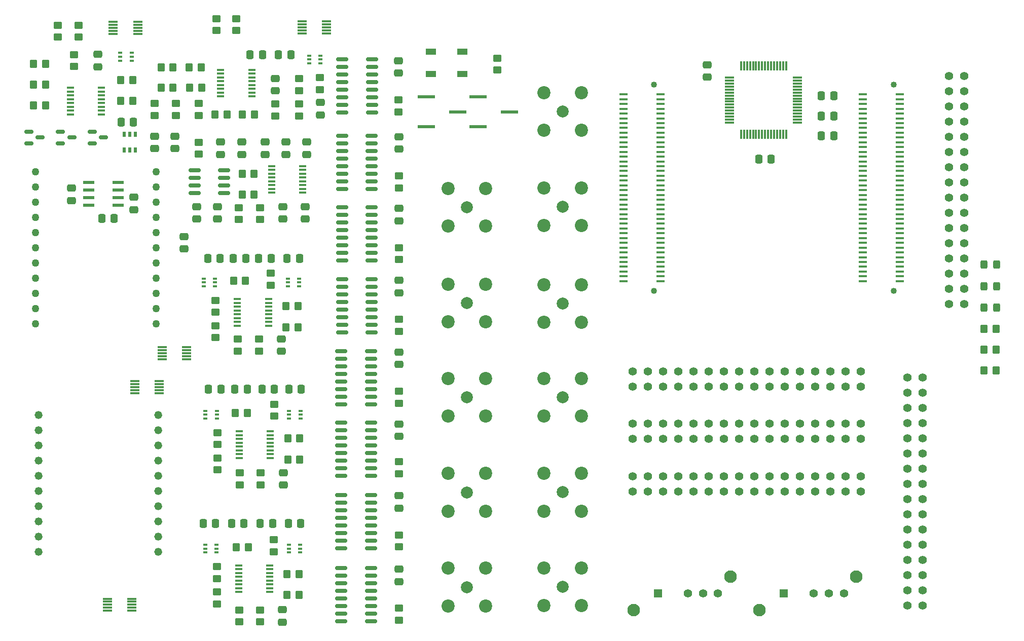
<source format=gts>
%TF.GenerationSoftware,KiCad,Pcbnew,(6.0.8-1)-1*%
%TF.CreationDate,2022-11-17T19:15:12-05:00*%
%TF.ProjectId,HermEIS,4865726d-4549-4532-9e6b-696361645f70,rev?*%
%TF.SameCoordinates,Original*%
%TF.FileFunction,Soldermask,Top*%
%TF.FilePolarity,Negative*%
%FSLAX46Y46*%
G04 Gerber Fmt 4.6, Leading zero omitted, Abs format (unit mm)*
G04 Created by KiCad (PCBNEW (6.0.8-1)-1) date 2022-11-17 19:15:12*
%MOMM*%
%LPD*%
G01*
G04 APERTURE LIST*
G04 Aperture macros list*
%AMRoundRect*
0 Rectangle with rounded corners*
0 $1 Rounding radius*
0 $2 $3 $4 $5 $6 $7 $8 $9 X,Y pos of 4 corners*
0 Add a 4 corners polygon primitive as box body*
4,1,4,$2,$3,$4,$5,$6,$7,$8,$9,$2,$3,0*
0 Add four circle primitives for the rounded corners*
1,1,$1+$1,$2,$3*
1,1,$1+$1,$4,$5*
1,1,$1+$1,$6,$7*
1,1,$1+$1,$8,$9*
0 Add four rect primitives between the rounded corners*
20,1,$1+$1,$2,$3,$4,$5,0*
20,1,$1+$1,$4,$5,$6,$7,0*
20,1,$1+$1,$6,$7,$8,$9,0*
20,1,$1+$1,$8,$9,$2,$3,0*%
G04 Aperture macros list end*
%ADD10RoundRect,0.150000X-0.825000X-0.150000X0.825000X-0.150000X0.825000X0.150000X-0.825000X0.150000X0*%
%ADD11C,2.000000*%
%ADD12C,2.200000*%
%ADD13R,0.508000X0.876300*%
%ADD14RoundRect,0.250000X-0.350000X-0.450000X0.350000X-0.450000X0.350000X0.450000X-0.350000X0.450000X0*%
%ADD15RoundRect,0.250000X0.475000X-0.337500X0.475000X0.337500X-0.475000X0.337500X-0.475000X-0.337500X0*%
%ADD16RoundRect,0.250000X-0.337500X-0.475000X0.337500X-0.475000X0.337500X0.475000X-0.337500X0.475000X0*%
%ADD17R,1.447800X0.457200*%
%ADD18C,1.016000*%
%ADD19R,0.650000X0.400000*%
%ADD20RoundRect,0.250000X-0.475000X0.337500X-0.475000X-0.337500X0.475000X-0.337500X0.475000X0.337500X0*%
%ADD21C,1.397000*%
%ADD22RoundRect,0.250000X0.450000X-0.350000X0.450000X0.350000X-0.450000X0.350000X-0.450000X-0.350000X0*%
%ADD23RoundRect,0.250000X0.337500X0.475000X-0.337500X0.475000X-0.337500X-0.475000X0.337500X-0.475000X0*%
%ADD24R,1.524000X0.330200*%
%ADD25R,2.971800X0.558800*%
%ADD26C,1.270000*%
%ADD27R,1.200000X0.400000*%
%ADD28RoundRect,0.250000X-0.450000X0.350000X-0.450000X-0.350000X0.450000X-0.350000X0.450000X0.350000X0*%
%ADD29RoundRect,0.250000X0.350000X0.450000X-0.350000X0.450000X-0.350000X-0.450000X0.350000X-0.450000X0*%
%ADD30R,1.701800X0.990600*%
%ADD31RoundRect,0.150000X-0.587500X-0.150000X0.587500X-0.150000X0.587500X0.150000X-0.587500X0.150000X0*%
%ADD32C,1.320800*%
%ADD33RoundRect,0.250000X-0.325000X-0.450000X0.325000X-0.450000X0.325000X0.450000X-0.325000X0.450000X0*%
%ADD34RoundRect,0.075000X-0.700000X-0.075000X0.700000X-0.075000X0.700000X0.075000X-0.700000X0.075000X0*%
%ADD35RoundRect,0.075000X-0.075000X-0.700000X0.075000X-0.700000X0.075000X0.700000X-0.075000X0.700000X0*%
%ADD36R,1.408000X1.408000*%
%ADD37C,1.408000*%
%ADD38C,2.100000*%
%ADD39R,1.981200X0.533400*%
G04 APERTURE END LIST*
D10*
%TO.C,U3*%
X86145000Y-57230000D03*
X86145000Y-58500000D03*
X86145000Y-59770000D03*
X86145000Y-61040000D03*
X86145000Y-62310000D03*
X86145000Y-63580000D03*
X86145000Y-64850000D03*
X86145000Y-66120000D03*
X91095000Y-66120000D03*
X91095000Y-64850000D03*
X91095000Y-63580000D03*
X91095000Y-62310000D03*
X91095000Y-61040000D03*
X91095000Y-59770000D03*
X91095000Y-58500000D03*
X91095000Y-57230000D03*
%TD*%
D11*
%TO.C,J2*%
X107000000Y-57200000D03*
D12*
X103850000Y-60350000D03*
X110150000Y-60350000D03*
X110150000Y-54050000D03*
X103850000Y-54050000D03*
%TD*%
D13*
%TO.C,U9*%
X49730200Y-47669450D03*
X50670000Y-47669450D03*
X51609800Y-47669450D03*
X51609800Y-45040550D03*
X50670000Y-45040550D03*
X49730200Y-45040550D03*
%TD*%
D11*
%TO.C,J7*%
X107000000Y-73200000D03*
D12*
X103850000Y-76350000D03*
X110150000Y-76350000D03*
X110150000Y-70050000D03*
X103850000Y-70050000D03*
%TD*%
D14*
%TO.C,R46*%
X76970000Y-122005000D03*
X78970000Y-122005000D03*
%TD*%
D15*
%TO.C,C12*%
X45370000Y-33742500D03*
X45370000Y-31667500D03*
%TD*%
D16*
%TO.C,C15*%
X63732500Y-65755000D03*
X65807500Y-65755000D03*
%TD*%
D17*
%TO.C,J19*%
X139336100Y-38348050D03*
X133163900Y-38348050D03*
X139336100Y-39148150D03*
X133163900Y-39148150D03*
X139336100Y-39948250D03*
X133163900Y-39948250D03*
X139336100Y-40748350D03*
X133163900Y-40748350D03*
X139336100Y-41548450D03*
X133163900Y-41548450D03*
X139336100Y-42348550D03*
X133163900Y-42348550D03*
X139336100Y-43148650D03*
X133163900Y-43148650D03*
X139336100Y-43948750D03*
X133163900Y-43948750D03*
X139336100Y-44748850D03*
X133163900Y-44748850D03*
X139336100Y-45548950D03*
X133163900Y-45548950D03*
X139336100Y-46349050D03*
X133163900Y-46349050D03*
X139336100Y-47149150D03*
X133163900Y-47149150D03*
X139336100Y-47949250D03*
X133163900Y-47949250D03*
X139336100Y-48749350D03*
X133163900Y-48749350D03*
X139336100Y-49549450D03*
X133163900Y-49549450D03*
X139336100Y-50349550D03*
X133163900Y-50349550D03*
X139336100Y-51149650D03*
X133163900Y-51149650D03*
X139336100Y-51949750D03*
X133163900Y-51949750D03*
X139336100Y-52749850D03*
X133163900Y-52749850D03*
X139336100Y-53549950D03*
X133163900Y-53549950D03*
X139336100Y-54350050D03*
X133163900Y-54350050D03*
X139336100Y-55150150D03*
X133163900Y-55150150D03*
X139336100Y-55950250D03*
X133163900Y-55950250D03*
X139336100Y-56750350D03*
X133163900Y-56750350D03*
X139336100Y-57550450D03*
X133163900Y-57550450D03*
X139336100Y-58350550D03*
X133163900Y-58350550D03*
X139336100Y-59150650D03*
X133163900Y-59150650D03*
X139336100Y-59950750D03*
X133163900Y-59950750D03*
X139336100Y-60750850D03*
X133163900Y-60750850D03*
X139336100Y-61550950D03*
X133163900Y-61550950D03*
X139336100Y-62351050D03*
X133163900Y-62351050D03*
X139336100Y-63151150D03*
X133163900Y-63151150D03*
X139336100Y-63951250D03*
X133163900Y-63951250D03*
X139336100Y-64751350D03*
X133163900Y-64751350D03*
X139336100Y-65551450D03*
X133163900Y-65551450D03*
X139336100Y-66351550D03*
X133163900Y-66351550D03*
X139336100Y-67151650D03*
X133163900Y-67151650D03*
X139336100Y-67951750D03*
X133163900Y-67951750D03*
X139336100Y-68751850D03*
X133163900Y-68751850D03*
X139336100Y-69551950D03*
X133163900Y-69551950D03*
D18*
X138282000Y-36709750D03*
X138282000Y-71190250D03*
%TD*%
D15*
%TO.C,C9*%
X54870000Y-47392500D03*
X54870000Y-45317500D03*
%TD*%
D19*
%TO.C,U14*%
X77070000Y-69105000D03*
X77070000Y-69755000D03*
X77070000Y-70405000D03*
X78970000Y-70405000D03*
X78970000Y-69755000D03*
X78970000Y-69105000D03*
%TD*%
D20*
%TO.C,C46*%
X59770000Y-62077500D03*
X59770000Y-64152500D03*
%TD*%
D21*
%TO.C,J18*%
X190032800Y-73355000D03*
X190032800Y-70815000D03*
X190032800Y-68275000D03*
X190032800Y-65735000D03*
X190032800Y-63195000D03*
X190032800Y-60655000D03*
X190032800Y-58115000D03*
X190032800Y-55575000D03*
X190032800Y-53035000D03*
X190032800Y-50495000D03*
X190032800Y-47955000D03*
X190032800Y-45415000D03*
X190032800Y-42875000D03*
X190032800Y-40335000D03*
X190032800Y-37795000D03*
X190032800Y-35255000D03*
X187492800Y-73355000D03*
X187492800Y-70815000D03*
X187492800Y-68275000D03*
X187492800Y-65735000D03*
X187492800Y-63195000D03*
X187492800Y-60655000D03*
X187492800Y-58115000D03*
X187492800Y-55575000D03*
X187492800Y-53035000D03*
X187492800Y-50495000D03*
X187492800Y-47955000D03*
X187492800Y-45415000D03*
X187492800Y-42875000D03*
X187492800Y-40335000D03*
X187492800Y-37795000D03*
X187492800Y-35255000D03*
%TD*%
D22*
%TO.C,R3*%
X95620000Y-53955000D03*
X95620000Y-51955000D03*
%TD*%
D14*
%TO.C,R30*%
X68320000Y-91605000D03*
X70320000Y-91605000D03*
%TD*%
D15*
%TO.C,C34*%
X73270000Y-48392500D03*
X73270000Y-46317500D03*
%TD*%
D23*
%TO.C,C30*%
X69757500Y-110005000D03*
X67682500Y-110005000D03*
%TD*%
D24*
%TO.C,U31*%
X46955300Y-122614999D03*
X46955300Y-123115001D03*
X46955300Y-123615000D03*
X46955300Y-124114999D03*
X46955300Y-124615001D03*
X51044700Y-124615001D03*
X51044700Y-124114999D03*
X51044700Y-123615000D03*
X51044700Y-123115001D03*
X51044700Y-122614999D03*
%TD*%
D22*
%TO.C,R18*%
X68770000Y-81255000D03*
X68770000Y-79255000D03*
%TD*%
D16*
%TO.C,C28*%
X77182500Y-110005000D03*
X79257500Y-110005000D03*
%TD*%
D21*
%TO.C,J17*%
X183112800Y-123745000D03*
X183112800Y-121205000D03*
X183112800Y-118665000D03*
X183112800Y-116125000D03*
X183112800Y-113585000D03*
X183112800Y-111045000D03*
X183112800Y-108505000D03*
X183112800Y-105965000D03*
X183112800Y-103425000D03*
X183112800Y-100885000D03*
X183112800Y-98345000D03*
X183112800Y-95805000D03*
X183112800Y-93265000D03*
X183112800Y-90725000D03*
X183112800Y-88185000D03*
X183112800Y-85645000D03*
X180572800Y-123745000D03*
X180572800Y-121205000D03*
X180572800Y-118665000D03*
X180572800Y-116125000D03*
X180572800Y-113585000D03*
X180572800Y-111045000D03*
X180572800Y-108505000D03*
X180572800Y-105965000D03*
X180572800Y-103425000D03*
X180572800Y-100885000D03*
X180572800Y-98345000D03*
X180572800Y-95805000D03*
X180572800Y-93265000D03*
X180572800Y-90725000D03*
X180572800Y-88185000D03*
X180572800Y-85645000D03*
%TD*%
D22*
%TO.C,R25*%
X65320000Y-101105000D03*
X65320000Y-99105000D03*
%TD*%
D25*
%TO.C,SW2*%
X100253800Y-38755000D03*
X105486200Y-41255000D03*
X100253800Y-43755000D03*
%TD*%
D16*
%TO.C,C20*%
X63820000Y-87605000D03*
X65895000Y-87605000D03*
%TD*%
D22*
%TO.C,R9*%
X95620000Y-126205000D03*
X95620000Y-124205000D03*
%TD*%
D26*
%TO.C,J16*%
X55115700Y-51255000D03*
X55115700Y-53795000D03*
X55115700Y-56335000D03*
X55115700Y-58875000D03*
X55115700Y-61415000D03*
X55115700Y-63955000D03*
X55115700Y-66495000D03*
X55115700Y-69035000D03*
X55115700Y-71575000D03*
X55115700Y-74115000D03*
X55115700Y-76655000D03*
%TD*%
D14*
%TO.C,R34*%
X60720000Y-37255000D03*
X62720000Y-37255000D03*
%TD*%
D27*
%TO.C,U21*%
X68870000Y-117032500D03*
X68870000Y-117667500D03*
X68870000Y-118302500D03*
X68870000Y-118937500D03*
X68870000Y-119572500D03*
X68870000Y-120207500D03*
X68870000Y-120842500D03*
X68870000Y-121477500D03*
X74070000Y-121477500D03*
X74070000Y-120842500D03*
X74070000Y-120207500D03*
X74070000Y-119572500D03*
X74070000Y-118937500D03*
X74070000Y-118302500D03*
X74070000Y-117667500D03*
X74070000Y-117032500D03*
%TD*%
D22*
%TO.C,R53*%
X62170000Y-48355000D03*
X62170000Y-46355000D03*
%TD*%
D17*
%TO.C,J20*%
X179336100Y-38348050D03*
X173163900Y-38348050D03*
X179336100Y-39148150D03*
X173163900Y-39148150D03*
X179336100Y-39948250D03*
X173163900Y-39948250D03*
X179336100Y-40748350D03*
X173163900Y-40748350D03*
X179336100Y-41548450D03*
X173163900Y-41548450D03*
X179336100Y-42348550D03*
X173163900Y-42348550D03*
X179336100Y-43148650D03*
X173163900Y-43148650D03*
X179336100Y-43948750D03*
X173163900Y-43948750D03*
X179336100Y-44748850D03*
X173163900Y-44748850D03*
X179336100Y-45548950D03*
X173163900Y-45548950D03*
X179336100Y-46349050D03*
X173163900Y-46349050D03*
X179336100Y-47149150D03*
X173163900Y-47149150D03*
X179336100Y-47949250D03*
X173163900Y-47949250D03*
X179336100Y-48749350D03*
X173163900Y-48749350D03*
X179336100Y-49549450D03*
X173163900Y-49549450D03*
X179336100Y-50349550D03*
X173163900Y-50349550D03*
X179336100Y-51149650D03*
X173163900Y-51149650D03*
X179336100Y-51949750D03*
X173163900Y-51949750D03*
X179336100Y-52749850D03*
X173163900Y-52749850D03*
X179336100Y-53549950D03*
X173163900Y-53549950D03*
X179336100Y-54350050D03*
X173163900Y-54350050D03*
X179336100Y-55150150D03*
X173163900Y-55150150D03*
X179336100Y-55950250D03*
X173163900Y-55950250D03*
X179336100Y-56750350D03*
X173163900Y-56750350D03*
X179336100Y-57550450D03*
X173163900Y-57550450D03*
X179336100Y-58350550D03*
X173163900Y-58350550D03*
X179336100Y-59150650D03*
X173163900Y-59150650D03*
X179336100Y-59950750D03*
X173163900Y-59950750D03*
X179336100Y-60750850D03*
X173163900Y-60750850D03*
X179336100Y-61550950D03*
X173163900Y-61550950D03*
X179336100Y-62351050D03*
X173163900Y-62351050D03*
X179336100Y-63151150D03*
X173163900Y-63151150D03*
X179336100Y-63951250D03*
X173163900Y-63951250D03*
X179336100Y-64751350D03*
X173163900Y-64751350D03*
X179336100Y-65551450D03*
X173163900Y-65551450D03*
X179336100Y-66351550D03*
X173163900Y-66351550D03*
X179336100Y-67151650D03*
X173163900Y-67151650D03*
X179336100Y-67951750D03*
X173163900Y-67951750D03*
X179336100Y-68751850D03*
X173163900Y-68751850D03*
X179336100Y-69551950D03*
X173163900Y-69551950D03*
D18*
X178282000Y-36709750D03*
X178282000Y-71190250D03*
%TD*%
D10*
%TO.C,U5*%
X86015000Y-81230000D03*
X86015000Y-82500000D03*
X86015000Y-83770000D03*
X86015000Y-85040000D03*
X86015000Y-86310000D03*
X86015000Y-87580000D03*
X86015000Y-88850000D03*
X86015000Y-90120000D03*
X90965000Y-90120000D03*
X90965000Y-88850000D03*
X90965000Y-87580000D03*
X90965000Y-86310000D03*
X90965000Y-85040000D03*
X90965000Y-83770000D03*
X90965000Y-82500000D03*
X90965000Y-81230000D03*
%TD*%
D22*
%TO.C,R56*%
X62220000Y-41855000D03*
X62220000Y-39855000D03*
%TD*%
D14*
%TO.C,R33*%
X60620000Y-33855000D03*
X62620000Y-33855000D03*
%TD*%
D22*
%TO.C,R23*%
X74270000Y-70255000D03*
X74270000Y-68255000D03*
%TD*%
D14*
%TO.C,R12*%
X49170000Y-39455000D03*
X51170000Y-39455000D03*
%TD*%
D11*
%TO.C,J6*%
X123000000Y-41200000D03*
D12*
X126150000Y-44350000D03*
X126150000Y-38050000D03*
X119850000Y-44350000D03*
X119850000Y-38050000D03*
%TD*%
D27*
%TO.C,U10*%
X40770000Y-37232500D03*
X40770000Y-37867500D03*
X40770000Y-38502500D03*
X40770000Y-39137500D03*
X40770000Y-39772500D03*
X40770000Y-40407500D03*
X40770000Y-41042500D03*
X40770000Y-41677500D03*
X45970000Y-41677500D03*
X45970000Y-41042500D03*
X45970000Y-40407500D03*
X45970000Y-39772500D03*
X45970000Y-39137500D03*
X45970000Y-38502500D03*
X45970000Y-37867500D03*
X45970000Y-37232500D03*
%TD*%
D28*
%TO.C,R16*%
X65020000Y-72755000D03*
X65020000Y-74755000D03*
%TD*%
D22*
%TO.C,R17*%
X65020000Y-79005000D03*
X65020000Y-77005000D03*
%TD*%
D14*
%TO.C,R47*%
X68470000Y-114005000D03*
X70470000Y-114005000D03*
%TD*%
D28*
%TO.C,R24*%
X65320000Y-94855000D03*
X65320000Y-96855000D03*
%TD*%
D23*
%TO.C,C48*%
X48107500Y-59055000D03*
X46032500Y-59055000D03*
%TD*%
D20*
%TO.C,C13*%
X76020000Y-79217500D03*
X76020000Y-81292500D03*
%TD*%
D14*
%TO.C,R28*%
X77070000Y-95855000D03*
X79070000Y-95855000D03*
%TD*%
%TO.C,R20*%
X76770000Y-73755000D03*
X78770000Y-73755000D03*
%TD*%
D20*
%TO.C,C25*%
X74970000Y-35667500D03*
X74970000Y-37742500D03*
%TD*%
D22*
%TO.C,R49*%
X72470000Y-59255000D03*
X72470000Y-57255000D03*
%TD*%
D29*
%TO.C,R60*%
X195390000Y-77496000D03*
X193390000Y-77496000D03*
%TD*%
D21*
%TO.C,J21*%
X134710000Y-95926133D03*
X137250000Y-95926133D03*
X139790000Y-95926133D03*
X142330000Y-95926133D03*
X144870000Y-95926133D03*
X147410000Y-95926133D03*
X149950000Y-95926133D03*
X152490000Y-95926133D03*
X155030000Y-95926133D03*
X157570000Y-95926133D03*
X160110000Y-95926133D03*
X162650000Y-95926133D03*
X165190000Y-95926133D03*
X167730000Y-95926133D03*
X170270000Y-95926133D03*
X172810000Y-95926133D03*
X134710000Y-93386133D03*
X137250000Y-93386133D03*
X139790000Y-93386133D03*
X142330000Y-93386133D03*
X144870000Y-93386133D03*
X147410000Y-93386133D03*
X149950000Y-93386133D03*
X152490000Y-93386133D03*
X155030000Y-93386133D03*
X157570000Y-93386133D03*
X160110000Y-93386133D03*
X162650000Y-93386133D03*
X165190000Y-93386133D03*
X167730000Y-93386133D03*
X170270000Y-93386133D03*
X172810000Y-93386133D03*
%TD*%
D23*
%TO.C,C17*%
X74307500Y-65755000D03*
X72232500Y-65755000D03*
%TD*%
D15*
%TO.C,C42*%
X76770000Y-48392500D03*
X76770000Y-46317500D03*
%TD*%
D14*
%TO.C,R52*%
X69470000Y-55055000D03*
X71470000Y-55055000D03*
%TD*%
D20*
%TO.C,C4*%
X95620000Y-93417500D03*
X95620000Y-95492500D03*
%TD*%
D22*
%TO.C,R6*%
X95620000Y-65955000D03*
X95620000Y-63955000D03*
%TD*%
%TO.C,R42*%
X65220000Y-123505000D03*
X65220000Y-121505000D03*
%TD*%
D20*
%TO.C,C3*%
X95620000Y-45417500D03*
X95620000Y-47492500D03*
%TD*%
%TO.C,C8*%
X95620000Y-105417500D03*
X95620000Y-107492500D03*
%TD*%
D30*
%TO.C,SW1*%
X106261600Y-34924999D03*
X100978400Y-34924999D03*
X106261600Y-31225001D03*
X100978400Y-31225001D03*
%TD*%
D14*
%TO.C,R10*%
X49170000Y-35955000D03*
X51170000Y-35955000D03*
%TD*%
%TO.C,R35*%
X64920000Y-41755000D03*
X66920000Y-41755000D03*
%TD*%
D19*
%TO.C,U12*%
X63020000Y-69105000D03*
X63020000Y-69755000D03*
X63020000Y-70405000D03*
X64920000Y-70405000D03*
X64920000Y-69755000D03*
X64920000Y-69105000D03*
%TD*%
%TO.C,U11*%
X49120000Y-31405000D03*
X49120000Y-32055000D03*
X49120000Y-32705000D03*
X51020000Y-32705000D03*
X51020000Y-32055000D03*
X51020000Y-31405000D03*
%TD*%
D10*
%TO.C,U8*%
X86015000Y-117480000D03*
X86015000Y-118750000D03*
X86015000Y-120020000D03*
X86015000Y-121290000D03*
X86015000Y-122560000D03*
X86015000Y-123830000D03*
X86015000Y-125100000D03*
X86015000Y-126370000D03*
X90965000Y-126370000D03*
X90965000Y-125100000D03*
X90965000Y-123830000D03*
X90965000Y-122560000D03*
X90965000Y-121290000D03*
X90965000Y-120020000D03*
X90965000Y-118750000D03*
X90965000Y-117480000D03*
%TD*%
D21*
%TO.C,J22*%
X134710000Y-87142800D03*
X137250000Y-87142800D03*
X139790000Y-87142800D03*
X142330000Y-87142800D03*
X144870000Y-87142800D03*
X147410000Y-87142800D03*
X149950000Y-87142800D03*
X152490000Y-87142800D03*
X155030000Y-87142800D03*
X157570000Y-87142800D03*
X160110000Y-87142800D03*
X162650000Y-87142800D03*
X165190000Y-87142800D03*
X167730000Y-87142800D03*
X170270000Y-87142800D03*
X172810000Y-87142800D03*
X134710000Y-84602800D03*
X137250000Y-84602800D03*
X139790000Y-84602800D03*
X142330000Y-84602800D03*
X144870000Y-84602800D03*
X147410000Y-84602800D03*
X149950000Y-84602800D03*
X152490000Y-84602800D03*
X155030000Y-84602800D03*
X157570000Y-84602800D03*
X160110000Y-84602800D03*
X162650000Y-84602800D03*
X165190000Y-84602800D03*
X167730000Y-84602800D03*
X170270000Y-84602800D03*
X172810000Y-84602800D03*
%TD*%
D11*
%TO.C,J11*%
X123000000Y-120600000D03*
D12*
X126150000Y-117450000D03*
X119850000Y-117450000D03*
X119850000Y-123750000D03*
X126150000Y-123750000D03*
%TD*%
D11*
%TO.C,J5*%
X107010000Y-120680000D03*
D12*
X110160000Y-123830000D03*
X110160000Y-117530000D03*
X103860000Y-123830000D03*
X103860000Y-117530000D03*
%TD*%
D22*
%TO.C,R1*%
X95570000Y-41255000D03*
X95570000Y-39255000D03*
%TD*%
D16*
%TO.C,C19*%
X77245000Y-87605000D03*
X79320000Y-87605000D03*
%TD*%
D29*
%TO.C,R54*%
X57920000Y-37255000D03*
X55920000Y-37255000D03*
%TD*%
D19*
%TO.C,U17*%
X77320000Y-91205000D03*
X77320000Y-91855000D03*
X77320000Y-92505000D03*
X79220000Y-92505000D03*
X79220000Y-91855000D03*
X79220000Y-91205000D03*
%TD*%
D31*
%TO.C,D2*%
X39132500Y-44605000D03*
X39132500Y-46505000D03*
X41007500Y-45555000D03*
%TD*%
D10*
%TO.C,U1*%
X86195000Y-32510000D03*
X86195000Y-33780000D03*
X86195000Y-35050000D03*
X86195000Y-36320000D03*
X86195000Y-37590000D03*
X86195000Y-38860000D03*
X86195000Y-40130000D03*
X86195000Y-41400000D03*
X91145000Y-41400000D03*
X91145000Y-40130000D03*
X91145000Y-38860000D03*
X91145000Y-37590000D03*
X91145000Y-36320000D03*
X91145000Y-35050000D03*
X91145000Y-33780000D03*
X91145000Y-32510000D03*
%TD*%
D22*
%TO.C,R4*%
X95620000Y-101705000D03*
X95620000Y-99705000D03*
%TD*%
D20*
%TO.C,C35*%
X147170000Y-33387500D03*
X147170000Y-35462500D03*
%TD*%
D22*
%TO.C,R5*%
X112120000Y-34275000D03*
X112120000Y-32275000D03*
%TD*%
%TO.C,R48*%
X74720000Y-114755000D03*
X74720000Y-112755000D03*
%TD*%
%TO.C,R43*%
X68970000Y-126505000D03*
X68970000Y-124505000D03*
%TD*%
D15*
%TO.C,C39*%
X79970000Y-59192500D03*
X79970000Y-57117500D03*
%TD*%
D14*
%TO.C,R11*%
X34620000Y-33255000D03*
X36620000Y-33255000D03*
%TD*%
D19*
%TO.C,U19*%
X80632500Y-31855000D03*
X80632500Y-32505000D03*
X80632500Y-33155000D03*
X82532500Y-33155000D03*
X82532500Y-32505000D03*
X82532500Y-31855000D03*
%TD*%
D10*
%TO.C,U6*%
X86015000Y-93230000D03*
X86015000Y-94500000D03*
X86015000Y-95770000D03*
X86015000Y-97040000D03*
X86015000Y-98310000D03*
X86015000Y-99580000D03*
X86015000Y-100850000D03*
X86015000Y-102120000D03*
X90965000Y-102120000D03*
X90965000Y-100850000D03*
X90965000Y-99580000D03*
X90965000Y-98310000D03*
X90965000Y-97040000D03*
X90965000Y-95770000D03*
X90965000Y-94500000D03*
X90965000Y-93230000D03*
%TD*%
D22*
%TO.C,R38*%
X78970000Y-41955000D03*
X78970000Y-39955000D03*
%TD*%
D20*
%TO.C,C26*%
X82570000Y-39717500D03*
X82570000Y-41792500D03*
%TD*%
D22*
%TO.C,R44*%
X72470000Y-126505000D03*
X72470000Y-124505000D03*
%TD*%
D29*
%TO.C,R62*%
X195390000Y-84480000D03*
X193390000Y-84480000D03*
%TD*%
D19*
%TO.C,U22*%
X77270000Y-113605000D03*
X77270000Y-114255000D03*
X77270000Y-114905000D03*
X79170000Y-114905000D03*
X79170000Y-114255000D03*
X79170000Y-113605000D03*
%TD*%
D27*
%TO.C,U25*%
X74370000Y-50332500D03*
X74370000Y-50967500D03*
X74370000Y-51602500D03*
X74370000Y-52237500D03*
X74370000Y-52872500D03*
X74370000Y-53507500D03*
X74370000Y-54142500D03*
X74370000Y-54777500D03*
X79570000Y-54777500D03*
X79570000Y-54142500D03*
X79570000Y-53507500D03*
X79570000Y-52872500D03*
X79570000Y-52237500D03*
X79570000Y-51602500D03*
X79570000Y-50967500D03*
X79570000Y-50332500D03*
%TD*%
D16*
%TO.C,C44*%
X166212500Y-45300000D03*
X168287500Y-45300000D03*
%TD*%
D14*
%TO.C,R51*%
X69470000Y-51655000D03*
X71470000Y-51655000D03*
%TD*%
D22*
%TO.C,R8*%
X95620000Y-77955000D03*
X95620000Y-75955000D03*
%TD*%
D32*
%TO.C,J15*%
X55407500Y-91955000D03*
X55407500Y-94495000D03*
X55407500Y-97035000D03*
X55407500Y-99575000D03*
X55407500Y-102115000D03*
X55407500Y-104655000D03*
X55407500Y-107195000D03*
X55407500Y-109735000D03*
X55407500Y-112275000D03*
X55407500Y-114815000D03*
%TD*%
D11*
%TO.C,J10*%
X123000000Y-104820000D03*
D12*
X119850000Y-107970000D03*
X126150000Y-107970000D03*
X126150000Y-101670000D03*
X119850000Y-101670000D03*
%TD*%
D20*
%TO.C,C11*%
X95620000Y-117667500D03*
X95620000Y-119742500D03*
%TD*%
D29*
%TO.C,R14*%
X36620000Y-40205000D03*
X34620000Y-40205000D03*
%TD*%
D11*
%TO.C,J1*%
X123000000Y-57100000D03*
D12*
X119850000Y-53950000D03*
X119850000Y-60250000D03*
X126150000Y-53950000D03*
X126150000Y-60250000D03*
%TD*%
D22*
%TO.C,R55*%
X54820000Y-41855000D03*
X54820000Y-39855000D03*
%TD*%
D20*
%TO.C,C27*%
X76220000Y-124467500D03*
X76220000Y-126542500D03*
%TD*%
D33*
%TO.C,D5*%
X193387500Y-70377000D03*
X195437500Y-70377000D03*
%TD*%
D14*
%TO.C,R36*%
X69520000Y-41755000D03*
X71520000Y-41755000D03*
%TD*%
D28*
%TO.C,R58*%
X38670000Y-26785000D03*
X38670000Y-28785000D03*
%TD*%
D33*
%TO.C,D4*%
X193387500Y-73959000D03*
X195437500Y-73959000D03*
%TD*%
D16*
%TO.C,C29*%
X62970000Y-110005000D03*
X65045000Y-110005000D03*
%TD*%
D24*
%TO.C,U29*%
X51545300Y-86274999D03*
X51545300Y-86775001D03*
X51545300Y-87275000D03*
X51545300Y-87774999D03*
X51545300Y-88275001D03*
X55634700Y-88275001D03*
X55634700Y-87774999D03*
X55634700Y-87275000D03*
X55634700Y-86775001D03*
X55634700Y-86274999D03*
%TD*%
D20*
%TO.C,C18*%
X76320000Y-101567500D03*
X76320000Y-103642500D03*
%TD*%
D23*
%TO.C,C16*%
X70057500Y-65755000D03*
X67982500Y-65755000D03*
%TD*%
D15*
%TO.C,C43*%
X80270000Y-48392500D03*
X80270000Y-46317500D03*
%TD*%
D11*
%TO.C,J8*%
X123000000Y-73300000D03*
D12*
X126150000Y-70150000D03*
X119850000Y-70150000D03*
X126150000Y-76450000D03*
X119850000Y-76450000D03*
%TD*%
D11*
%TO.C,J4*%
X107010000Y-104840000D03*
D12*
X103860000Y-107990000D03*
X110160000Y-107990000D03*
X103860000Y-101690000D03*
X110160000Y-101690000D03*
%TD*%
D34*
%TO.C,U24*%
X150875000Y-35550000D03*
X150875000Y-36050000D03*
X150875000Y-36550000D03*
X150875000Y-37050000D03*
X150875000Y-37550000D03*
X150875000Y-38050000D03*
X150875000Y-38550000D03*
X150875000Y-39050000D03*
X150875000Y-39550000D03*
X150875000Y-40050000D03*
X150875000Y-40550000D03*
X150875000Y-41050000D03*
X150875000Y-41550000D03*
X150875000Y-42050000D03*
X150875000Y-42550000D03*
X150875000Y-43050000D03*
D35*
X152800000Y-44975000D03*
X153300000Y-44975000D03*
X153800000Y-44975000D03*
X154300000Y-44975000D03*
X154800000Y-44975000D03*
X155300000Y-44975000D03*
X155800000Y-44975000D03*
X156300000Y-44975000D03*
X156800000Y-44975000D03*
X157300000Y-44975000D03*
X157800000Y-44975000D03*
X158300000Y-44975000D03*
X158800000Y-44975000D03*
X159300000Y-44975000D03*
X159800000Y-44975000D03*
X160300000Y-44975000D03*
D34*
X162225000Y-43050000D03*
X162225000Y-42550000D03*
X162225000Y-42050000D03*
X162225000Y-41550000D03*
X162225000Y-41050000D03*
X162225000Y-40550000D03*
X162225000Y-40050000D03*
X162225000Y-39550000D03*
X162225000Y-39050000D03*
X162225000Y-38550000D03*
X162225000Y-38050000D03*
X162225000Y-37550000D03*
X162225000Y-37050000D03*
X162225000Y-36550000D03*
X162225000Y-36050000D03*
X162225000Y-35550000D03*
D35*
X160300000Y-33625000D03*
X159800000Y-33625000D03*
X159300000Y-33625000D03*
X158800000Y-33625000D03*
X158300000Y-33625000D03*
X157800000Y-33625000D03*
X157300000Y-33625000D03*
X156800000Y-33625000D03*
X156300000Y-33625000D03*
X155800000Y-33625000D03*
X155300000Y-33625000D03*
X154800000Y-33625000D03*
X154300000Y-33625000D03*
X153800000Y-33625000D03*
X153300000Y-33625000D03*
X152800000Y-33625000D03*
%TD*%
D19*
%TO.C,U15*%
X63320000Y-91205000D03*
X63320000Y-91855000D03*
X63320000Y-92505000D03*
X65220000Y-92505000D03*
X65220000Y-91855000D03*
X65220000Y-91205000D03*
%TD*%
D22*
%TO.C,R19*%
X72270000Y-81255000D03*
X72270000Y-79255000D03*
%TD*%
D23*
%TO.C,C22*%
X74857500Y-87605000D03*
X72782500Y-87605000D03*
%TD*%
D20*
%TO.C,C1*%
X95570000Y-32717500D03*
X95570000Y-34792500D03*
%TD*%
D22*
%TO.C,R31*%
X74820000Y-92105000D03*
X74820000Y-90105000D03*
%TD*%
%TO.C,R57*%
X58420000Y-41855000D03*
X58420000Y-39855000D03*
%TD*%
D23*
%TO.C,C23*%
X77620000Y-31755000D03*
X75545000Y-31755000D03*
%TD*%
D14*
%TO.C,R32*%
X55920000Y-33855000D03*
X57920000Y-33855000D03*
%TD*%
D33*
%TO.C,D6*%
X193387500Y-66795000D03*
X195437500Y-66795000D03*
%TD*%
D10*
%TO.C,U4*%
X86145000Y-69230000D03*
X86145000Y-70500000D03*
X86145000Y-71770000D03*
X86145000Y-73040000D03*
X86145000Y-74310000D03*
X86145000Y-75580000D03*
X86145000Y-76850000D03*
X86145000Y-78120000D03*
X91095000Y-78120000D03*
X91095000Y-76850000D03*
X91095000Y-75580000D03*
X91095000Y-74310000D03*
X91095000Y-73040000D03*
X91095000Y-71770000D03*
X91095000Y-70500000D03*
X91095000Y-69230000D03*
%TD*%
D14*
%TO.C,R45*%
X76970000Y-118505000D03*
X78970000Y-118505000D03*
%TD*%
D15*
%TO.C,C6*%
X58270000Y-47392500D03*
X58270000Y-45317500D03*
%TD*%
D29*
%TO.C,R61*%
X195390000Y-80988000D03*
X193390000Y-80988000D03*
%TD*%
D11*
%TO.C,J3*%
X106990000Y-88970000D03*
D12*
X110140000Y-85820000D03*
X103840000Y-92120000D03*
X110140000Y-92120000D03*
X103840000Y-85820000D03*
%TD*%
D21*
%TO.C,J12*%
X134710000Y-104709466D03*
X137250000Y-104709466D03*
X139790000Y-104709466D03*
X142330000Y-104709466D03*
X144870000Y-104709466D03*
X147410000Y-104709466D03*
X149950000Y-104709466D03*
X152490000Y-104709466D03*
X155030000Y-104709466D03*
X157570000Y-104709466D03*
X160110000Y-104709466D03*
X162650000Y-104709466D03*
X165190000Y-104709466D03*
X167730000Y-104709466D03*
X170270000Y-104709466D03*
X172810000Y-104709466D03*
X134710000Y-102169466D03*
X137250000Y-102169466D03*
X139790000Y-102169466D03*
X142330000Y-102169466D03*
X144870000Y-102169466D03*
X147410000Y-102169466D03*
X149950000Y-102169466D03*
X152490000Y-102169466D03*
X155030000Y-102169466D03*
X157570000Y-102169466D03*
X160110000Y-102169466D03*
X162650000Y-102169466D03*
X165190000Y-102169466D03*
X167730000Y-102169466D03*
X170270000Y-102169466D03*
X172810000Y-102169466D03*
%TD*%
D14*
%TO.C,R29*%
X77070000Y-99355000D03*
X79070000Y-99355000D03*
%TD*%
D22*
%TO.C,R50*%
X68870000Y-59255000D03*
X68870000Y-57255000D03*
%TD*%
D27*
%TO.C,U13*%
X68670000Y-72532500D03*
X68670000Y-73167500D03*
X68670000Y-73802500D03*
X68670000Y-74437500D03*
X68670000Y-75072500D03*
X68670000Y-75707500D03*
X68670000Y-76342500D03*
X68670000Y-76977500D03*
X73870000Y-76977500D03*
X73870000Y-76342500D03*
X73870000Y-75707500D03*
X73870000Y-75072500D03*
X73870000Y-74437500D03*
X73870000Y-73802500D03*
X73870000Y-73167500D03*
X73870000Y-72532500D03*
%TD*%
D22*
%TO.C,R2*%
X95620000Y-89955000D03*
X95620000Y-87955000D03*
%TD*%
D14*
%TO.C,R21*%
X76770000Y-77255000D03*
X78770000Y-77255000D03*
%TD*%
D10*
%TO.C,U7*%
X86015000Y-105260000D03*
X86015000Y-106530000D03*
X86015000Y-107800000D03*
X86015000Y-109070000D03*
X86015000Y-110340000D03*
X86015000Y-111610000D03*
X86015000Y-112880000D03*
X86015000Y-114150000D03*
X90965000Y-114150000D03*
X90965000Y-112880000D03*
X90965000Y-111610000D03*
X90965000Y-110340000D03*
X90965000Y-109070000D03*
X90965000Y-107800000D03*
X90965000Y-106530000D03*
X90965000Y-105260000D03*
%TD*%
D28*
%TO.C,R41*%
X65220000Y-117255000D03*
X65220000Y-119255000D03*
%TD*%
D16*
%TO.C,C36*%
X155762500Y-49200000D03*
X157837500Y-49200000D03*
%TD*%
D22*
%TO.C,R26*%
X69070000Y-103605000D03*
X69070000Y-101605000D03*
%TD*%
%TO.C,R7*%
X95620000Y-113955000D03*
X95620000Y-111955000D03*
%TD*%
D26*
%TO.C,J14*%
X34910000Y-51255000D03*
X34910000Y-53795000D03*
X34910000Y-56335000D03*
X34910000Y-58875000D03*
X34910000Y-61415000D03*
X34910000Y-63955000D03*
X34910000Y-66495000D03*
X34910000Y-69035000D03*
X34910000Y-71575000D03*
X34910000Y-74115000D03*
X34910000Y-76655000D03*
%TD*%
D16*
%TO.C,C45*%
X166212500Y-41925000D03*
X168287500Y-41925000D03*
%TD*%
D22*
%TO.C,R15*%
X41370000Y-33705000D03*
X41370000Y-31705000D03*
%TD*%
D28*
%TO.C,R59*%
X42180000Y-26785000D03*
X42180000Y-28785000D03*
%TD*%
D36*
%TO.C,S1*%
X159950000Y-121750000D03*
D37*
X164950000Y-121750000D03*
X167450000Y-121750000D03*
X169950000Y-121750000D03*
D38*
X155850000Y-124550000D03*
X172050000Y-118950000D03*
%TD*%
D27*
%TO.C,U18*%
X65870000Y-34232500D03*
X65870000Y-34867500D03*
X65870000Y-35502500D03*
X65870000Y-36137500D03*
X65870000Y-36772500D03*
X65870000Y-37407500D03*
X65870000Y-38042500D03*
X65870000Y-38677500D03*
X71070000Y-38677500D03*
X71070000Y-38042500D03*
X71070000Y-37407500D03*
X71070000Y-36772500D03*
X71070000Y-36137500D03*
X71070000Y-35502500D03*
X71070000Y-34867500D03*
X71070000Y-34232500D03*
%TD*%
D31*
%TO.C,D3*%
X44432500Y-44605000D03*
X44432500Y-46505000D03*
X46307500Y-45555000D03*
%TD*%
%TO.C,D1*%
X33832500Y-44605000D03*
X33832500Y-46505000D03*
X35707500Y-45555000D03*
%TD*%
D20*
%TO.C,C2*%
X95620000Y-81417500D03*
X95620000Y-83492500D03*
%TD*%
%TO.C,C47*%
X40970000Y-54017500D03*
X40970000Y-56092500D03*
%TD*%
D39*
%TO.C,U26*%
X43855600Y-53062800D03*
X43855600Y-54332800D03*
X43855600Y-55602800D03*
X43855600Y-56872800D03*
X48783200Y-56872800D03*
X48783200Y-55602800D03*
X48783200Y-54332800D03*
X48783200Y-53062800D03*
%TD*%
D32*
%TO.C,J13*%
X35420000Y-91955000D03*
X35420000Y-94495000D03*
X35420000Y-97035000D03*
X35420000Y-99575000D03*
X35420000Y-102115000D03*
X35420000Y-104655000D03*
X35420000Y-107195000D03*
X35420000Y-109735000D03*
X35420000Y-112275000D03*
X35420000Y-114815000D03*
%TD*%
D20*
%TO.C,C10*%
X95620000Y-69417500D03*
X95620000Y-71492500D03*
%TD*%
D16*
%TO.C,C14*%
X76982500Y-65755000D03*
X79057500Y-65755000D03*
%TD*%
%TO.C,C24*%
X70782500Y-31755000D03*
X72857500Y-31755000D03*
%TD*%
%TO.C,C5*%
X49232500Y-42955000D03*
X51307500Y-42955000D03*
%TD*%
D23*
%TO.C,C21*%
X70320000Y-87605000D03*
X68245000Y-87605000D03*
%TD*%
D28*
%TO.C,R39*%
X78970000Y-35705000D03*
X78970000Y-37705000D03*
%TD*%
D24*
%TO.C,U28*%
X56078350Y-80607499D03*
X56078350Y-81107501D03*
X56078350Y-81607500D03*
X56078350Y-82107499D03*
X56078350Y-82607501D03*
X60167750Y-82607501D03*
X60167750Y-82107499D03*
X60167750Y-81607500D03*
X60167750Y-81107501D03*
X60167750Y-80607499D03*
%TD*%
D10*
%TO.C,U23*%
X61495000Y-51050000D03*
X61495000Y-52320000D03*
X61495000Y-53590000D03*
X61495000Y-54860000D03*
X66445000Y-54860000D03*
X66445000Y-53590000D03*
X66445000Y-52320000D03*
X66445000Y-51050000D03*
%TD*%
D15*
%TO.C,C38*%
X65370000Y-59192500D03*
X65370000Y-57117500D03*
%TD*%
D28*
%TO.C,R64*%
X68500000Y-25685000D03*
X68500000Y-27685000D03*
%TD*%
D14*
%TO.C,R22*%
X68020000Y-69505000D03*
X70020000Y-69505000D03*
%TD*%
D15*
%TO.C,C32*%
X65870000Y-48392500D03*
X65870000Y-46317500D03*
%TD*%
D22*
%TO.C,R27*%
X72570000Y-103605000D03*
X72570000Y-101605000D03*
%TD*%
D11*
%TO.C,J9*%
X123000000Y-88970000D03*
D12*
X126150000Y-85820000D03*
X126150000Y-92120000D03*
X119850000Y-92120000D03*
X119850000Y-85820000D03*
%TD*%
D23*
%TO.C,C31*%
X74545000Y-110005000D03*
X72470000Y-110005000D03*
%TD*%
D20*
%TO.C,C41*%
X76270000Y-57117500D03*
X76270000Y-59192500D03*
%TD*%
%TO.C,C7*%
X95620000Y-57417500D03*
X95620000Y-59492500D03*
%TD*%
D24*
%TO.C,U27*%
X47925300Y-26254999D03*
X47925300Y-26755001D03*
X47925300Y-27255000D03*
X47925300Y-27754999D03*
X47925300Y-28255001D03*
X52014700Y-28255001D03*
X52014700Y-27754999D03*
X52014700Y-27255000D03*
X52014700Y-26755001D03*
X52014700Y-26254999D03*
%TD*%
D20*
%TO.C,C40*%
X61870000Y-57117500D03*
X61870000Y-59192500D03*
%TD*%
%TO.C,C49*%
X51370000Y-55517500D03*
X51370000Y-57592500D03*
%TD*%
D25*
%TO.C,SW3*%
X108853800Y-38755000D03*
X114086200Y-41255000D03*
X108853800Y-43755000D03*
%TD*%
D27*
%TO.C,U16*%
X68970000Y-94632500D03*
X68970000Y-95267500D03*
X68970000Y-95902500D03*
X68970000Y-96537500D03*
X68970000Y-97172500D03*
X68970000Y-97807500D03*
X68970000Y-98442500D03*
X68970000Y-99077500D03*
X74170000Y-99077500D03*
X74170000Y-98442500D03*
X74170000Y-97807500D03*
X74170000Y-97172500D03*
X74170000Y-96537500D03*
X74170000Y-95902500D03*
X74170000Y-95267500D03*
X74170000Y-94632500D03*
%TD*%
D28*
%TO.C,R65*%
X65150000Y-25685000D03*
X65150000Y-27685000D03*
%TD*%
D24*
%TO.C,U30*%
X79445300Y-26154999D03*
X79445300Y-26655001D03*
X79445300Y-27155000D03*
X79445300Y-27654999D03*
X79445300Y-28155001D03*
X83534700Y-28155001D03*
X83534700Y-27654999D03*
X83534700Y-27155000D03*
X83534700Y-26655001D03*
X83534700Y-26154999D03*
%TD*%
D36*
%TO.C,S2*%
X138950000Y-121750000D03*
D37*
X143950000Y-121750000D03*
X146450000Y-121750000D03*
X148950000Y-121750000D03*
D38*
X134850000Y-124550000D03*
X151050000Y-118950000D03*
%TD*%
D14*
%TO.C,R13*%
X34620000Y-36730000D03*
X36620000Y-36730000D03*
%TD*%
D19*
%TO.C,U20*%
X63270000Y-113605000D03*
X63270000Y-114255000D03*
X63270000Y-114905000D03*
X65170000Y-114905000D03*
X65170000Y-114255000D03*
X65170000Y-113605000D03*
%TD*%
D16*
%TO.C,C37*%
X166212500Y-38550000D03*
X168287500Y-38550000D03*
%TD*%
D22*
%TO.C,R37*%
X74970000Y-41955000D03*
X74970000Y-39955000D03*
%TD*%
D15*
%TO.C,C33*%
X69370000Y-48392500D03*
X69370000Y-46317500D03*
%TD*%
D10*
%TO.C,U2*%
X86145000Y-45230000D03*
X86145000Y-46500000D03*
X86145000Y-47770000D03*
X86145000Y-49040000D03*
X86145000Y-50310000D03*
X86145000Y-51580000D03*
X86145000Y-52850000D03*
X86145000Y-54120000D03*
X91095000Y-54120000D03*
X91095000Y-52850000D03*
X91095000Y-51580000D03*
X91095000Y-50310000D03*
X91095000Y-49040000D03*
X91095000Y-47770000D03*
X91095000Y-46500000D03*
X91095000Y-45230000D03*
%TD*%
D22*
%TO.C,R40*%
X82470000Y-37555000D03*
X82470000Y-35555000D03*
%TD*%
M02*

</source>
